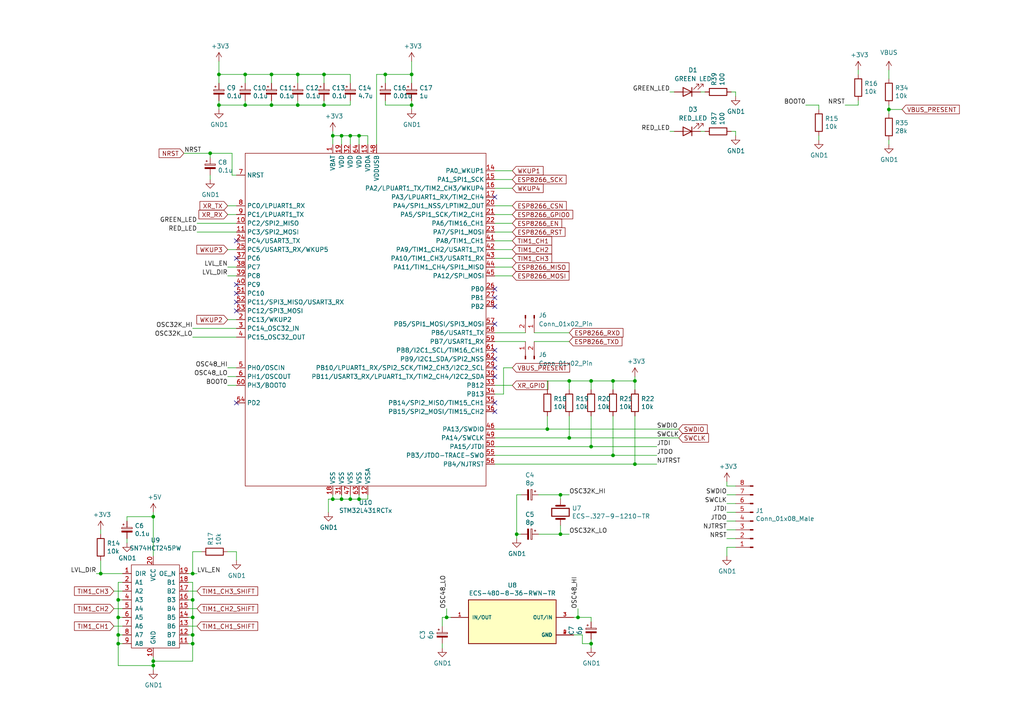
<source format=kicad_sch>
(kicad_sch (version 20230121) (generator eeschema)
  (paper "A4")
  (lib_symbols
    (symbol "Connector:Conn_01x02_Pin" (pin_names (offset 1.016) hide)
      (property "Reference" "J" (at 0 2.54 0))
      (property "Value" "Conn_01x02_Pin" (at 0 -5.08 0))
      (symbol "Conn_01x02_Pin_1_1"
        (polyline (pts (xy 1.27 -2.54) (xy 0.8636 -2.54)) (stroke (width 0.1524)))
        (polyline (pts (xy 1.27 0) (xy 0.8636 0)) (stroke (width 0.1524)))
        (rectangle (start 0.8636 -2.413) (end 0 -2.667) (stroke (width 0.1524)) (fill (type outline)))
        (rectangle (start 0.8636 0.127) (end 0 -0.127) (stroke (width 0.1524)) (fill (type outline)))
        (pin passive line (at 5.08 0 180) (length 3.81) (name "Pin_1") (number "1"))
        (pin passive line (at 5.08 -2.54 180) (length 3.81) (name "Pin_2") (number "2"))
      )
    )
    (symbol "Connector:Conn_01x08_Male" (pin_names (offset 1.016) hide)
      (property "Reference" "J" (at 0 10.16 0))
      (property "Value" "Conn_01x08_Male" (at 0 -12.7 0))
      (symbol "Conn_01x08_Male_1_1"
        (polyline (pts (xy 1.27 -10.16) (xy 0.8636 -10.16)) (stroke (width 0.1524)))
        (polyline (pts (xy 1.27 -7.62) (xy 0.8636 -7.62)) (stroke (width 0.1524)))
        (polyline (pts (xy 1.27 -5.08) (xy 0.8636 -5.08)) (stroke (width 0.1524)))
        (polyline (pts (xy 1.27 -2.54) (xy 0.8636 -2.54)) (stroke (width 0.1524)))
        (polyline (pts (xy 1.27 0) (xy 0.8636 0)) (stroke (width 0.1524)))
        (polyline (pts (xy 1.27 2.54) (xy 0.8636 2.54)) (stroke (width 0.1524)))
        (polyline (pts (xy 1.27 5.08) (xy 0.8636 5.08)) (stroke (width 0.1524)))
        (polyline (pts (xy 1.27 7.62) (xy 0.8636 7.62)) (stroke (width 0.1524)))
        (rectangle (start 0.8636 -10.033) (end 0 -10.287) (stroke (width 0.1524)) (fill (type outline)))
        (rectangle (start 0.8636 -7.493) (end 0 -7.747) (stroke (width 0.1524)) (fill (type outline)))
        (rectangle (start 0.8636 -4.953) (end 0 -5.207) (stroke (width 0.1524)) (fill (type outline)))
        (rectangle (start 0.8636 -2.413) (end 0 -2.667) (stroke (width 0.1524)) (fill (type outline)))
        (rectangle (start 0.8636 0.127) (end 0 -0.127) (stroke (width 0.1524)) (fill (type outline)))
        (rectangle (start 0.8636 2.667) (end 0 2.413) (stroke (width 0.1524)) (fill (type outline)))
        (rectangle (start 0.8636 5.207) (end 0 4.953) (stroke (width 0.1524)) (fill (type outline)))
        (rectangle (start 0.8636 7.747) (end 0 7.493) (stroke (width 0.1524)) (fill (type outline)))
        (pin passive line (at 5.08 7.62 180) (length 3.81) (name "Pin_1") (number "1"))
        (pin passive line (at 5.08 5.08 180) (length 3.81) (name "Pin_2") (number "2"))
        (pin passive line (at 5.08 2.54 180) (length 3.81) (name "Pin_3") (number "3"))
        (pin passive line (at 5.08 0 180) (length 3.81) (name "Pin_4") (number "4"))
        (pin passive line (at 5.08 -2.54 180) (length 3.81) (name "Pin_5") (number "5"))
        (pin passive line (at 5.08 -5.08 180) (length 3.81) (name "Pin_6") (number "6"))
        (pin passive line (at 5.08 -7.62 180) (length 3.81) (name "Pin_7") (number "7"))
        (pin passive line (at 5.08 -10.16 180) (length 3.81) (name "Pin_8") (number "8"))
      )
    )
    (symbol "Device:Crystal" (pin_numbers hide) (pin_names (offset 1.016) hide)
      (property "Reference" "Y" (at 0 3.81 0))
      (property "Value" "Crystal" (at 0 -3.81 0))
      (symbol "Crystal_0_1"
        (rectangle (start -1.143 2.54) (end 1.143 -2.54) (stroke (width 0.3048)))
        (polyline (pts (xy -2.54 0) (xy -1.905 0)))
        (polyline (pts (xy -1.905 -1.27) (xy -1.905 1.27)) (stroke (width 0.508)))
        (polyline (pts (xy 1.905 -1.27) (xy 1.905 1.27)) (stroke (width 0.508)))
        (polyline (pts (xy 2.54 0) (xy 1.905 0)))
      )
      (symbol "Crystal_1_1"
        (pin passive line (at -3.81 0 0) (length 1.27) (name "1") (number "1"))
        (pin passive line (at 3.81 0 180) (length 1.27) (name "2") (number "2"))
      )
    )
    (symbol "Device:LED" (pin_numbers hide) (pin_names (offset 1.016) hide)
      (property "Reference" "D" (at 0 2.54 0))
      (property "Value" "LED" (at 0 -2.54 0))
      (symbol "LED_0_1"
        (polyline (pts (xy -1.27 -1.27) (xy -1.27 1.27)) (stroke (width 0.254)))
        (polyline (pts (xy -1.27 0) (xy 1.27 0)))
        (polyline (pts (xy 1.27 -1.27) (xy 1.27 1.27) (xy -1.27 0) (xy 1.27 -1.27)) (stroke (width 0.254)))
        (polyline (pts (xy -3.048 -0.762) (xy -4.572 -2.286) (xy -3.81 -2.286) (xy -4.572 -2.286) (xy -4.572 -1.524)))
        (polyline (pts (xy -1.778 -0.762) (xy -3.302 -2.286) (xy -2.54 -2.286) (xy -3.302 -2.286) (xy -3.302 -1.524)))
      )
      (symbol "LED_1_1"
        (pin passive line (at -3.81 0 0) (length 2.54) (name "K") (number "1"))
        (pin passive line (at 3.81 0 180) (length 2.54) (name "A") (number "2"))
      )
    )
    (symbol "Device:R" (pin_numbers hide) (pin_names (offset 0))
      (property "Reference" "R" (at 2.032 0 90))
      (property "Value" "R" (at 0 0 90))
      (symbol "R_0_1"
        (rectangle (start -1.016 -2.54) (end 1.016 2.54) (stroke (width 0.254)))
      )
      (symbol "R_1_1"
        (pin passive line (at 0 3.81 270) (length 1.27) (name "~") (number "1"))
        (pin passive line (at 0 -3.81 90) (length 1.27) (name "~") (number "2"))
      )
    )
    (symbol "power:+5V" (power) (pin_names (offset 0))
      (property "Value" "+5V" (at 0 3.556 0))
      (symbol "+5V_0_1"
        (polyline (pts (xy -0.762 1.27) (xy 0 2.54)))
        (polyline (pts (xy 0 0) (xy 0 2.54)))
        (polyline (pts (xy 0 2.54) (xy 0.762 1.27)))
      )
      (symbol "+5V_1_1"
        (pin power_in line (at 0 0 90) (length 0) hide (name "+5V") (number "1"))
      )
    )
    (symbol "power:GND1" (power) (pin_names (offset 0))
      (property "Value" "GND1" (at 0 -3.81 0))
      (symbol "GND1_0_1"
        (polyline (pts (xy 0 0) (xy 0 -1.27) (xy 1.27 -1.27) (xy 0 -2.54) (xy -1.27 -1.27) (xy 0 -1.27)))
      )
      (symbol "GND1_1_1"
        (pin power_in line (at 0 0 270) (length 0) hide (name "GND1") (number "1"))
      )
    )
    (symbol "power:VBUS" (power) (pin_names (offset 0))
      (property "Value" "VBUS" (at 0 3.81 0))
      (symbol "VBUS_0_1"
        (polyline (pts (xy -0.762 1.27) (xy 0 2.54)))
        (polyline (pts (xy 0 0) (xy 0 2.54)))
        (polyline (pts (xy 0 2.54) (xy 0.762 1.27)))
      )
      (symbol "VBUS_1_1"
        (pin power_in line (at 0 0 90) (length 0) hide (name "VBUS") (number "1"))
      )
    )
    (symbol "spudglo_driver_v3p1-rescue:+3.3V-power" (power) (pin_names (offset 0))
      (property "Value" "+3.3V-power" (at 0 3.556 0))
      (symbol "+3.3V-power_0_1"
        (polyline (pts (xy -0.762 1.27) (xy 0 2.54)))
        (polyline (pts (xy 0 0) (xy 0 2.54)))
        (polyline (pts (xy 0 2.54) (xy 0.762 1.27)))
      )
      (symbol "+3.3V-power_1_1"
        (pin power_in line (at 0 0 90) (length 0) hide (name "+3V3") (number "1"))
      )
    )
    (symbol "spudglo_driver_v3p1-rescue:CP_Small-Device" (pin_numbers hide) (pin_names (offset 0.254) hide)
      (property "Reference" "C" (at 0.254 1.778 0))
      (property "Value" "CP_Small-Device" (at 0.254 -2.032 0))
      (symbol "CP_Small-Device_0_1"
        (rectangle (start -1.524 -0.3048) (end 1.524 -0.6858) (fill (type outline)))
        (rectangle (start -1.524 0.6858) (end 1.524 0.3048))
        (polyline (pts (xy -1.27 1.524) (xy -0.762 1.524)))
        (polyline (pts (xy -1.016 1.27) (xy -1.016 1.778)))
      )
      (symbol "CP_Small-Device_1_1"
        (pin passive line (at 0 2.54 270) (length 1.8542) (name "~") (number "1"))
        (pin passive line (at 0 -2.54 90) (length 1.8542) (name "~") (number "2"))
      )
    )
    (symbol "spudglo_driver_v3p1-rescue:ECS-480-8-36-RWN-TR-ECS-480-8-36-RWN-TR" (pin_names (offset 1.016))
      (property "Reference" "Y" (at -12.7254 7.6454 0))
      (property "Value" "ECS-480-8-36-RWN-TR-ECS-480-8-36-RWN-TR" (at -12.7 -7.62 0))
      (symbol "ECS-480-8-36-RWN-TR-ECS-480-8-36-RWN-TR_0_0"
        (rectangle (start -12.7 -5.08) (end 12.7 7.62) (stroke (width 0.254)) (fill (type background)))
        (pin bidirectional line (at -17.78 2.54 0) (length 5.08) (name "IN/OUT") (number "1"))
        (pin power_in line (at 17.78 -2.54 180) (length 5.08) (name "GND") (number "2"))
        (pin bidirectional line (at 17.78 2.54 180) (length 5.08) (name "OUT/IN") (number "3"))
        (pin power_in line (at 17.78 -2.54 180) (length 5.08) (name "GND") (number "4"))
      )
    )
    (symbol "spudglo_driver_v3p1-rescue:SN74HCT245PW-srw_custom" (pin_names (offset 1.016))
      (property "Reference" "U" (at -13.97 16.51 0))
      (property "Value" "SN74HCT245PW-srw_custom" (at 0 -34.29 0))
      (symbol "SN74HCT245PW-srw_custom_0_1"
        (rectangle (start 0 0) (end 13.97 -24.13))
      )
      (symbol "SN74HCT245PW-srw_custom_1_1"
        (pin input line (at -2.54 -2.54 0) (length 2.54) (name "DIR") (number "1"))
        (pin input line (at 6.35 -26.67 90) (length 2.54) (name "GND") (number "10"))
        (pin input line (at 16.51 -22.86 180) (length 2.54) (name "B8") (number "11"))
        (pin input line (at 16.51 -20.32 180) (length 2.54) (name "B7") (number "12"))
        (pin input line (at 16.51 -17.78 180) (length 2.54) (name "B6") (number "13"))
        (pin input line (at 16.51 -15.24 180) (length 2.54) (name "B5") (number "14"))
        (pin input line (at 16.51 -12.7 180) (length 2.54) (name "B4") (number "15"))
        (pin input line (at 16.51 -10.16 180) (length 2.54) (name "B3") (number "16"))
        (pin input line (at 16.51 -7.62 180) (length 2.54) (name "B2") (number "17"))
        (pin input line (at 16.51 -5.08 180) (length 2.54) (name "B1") (number "18"))
        (pin input line (at 16.51 -2.54 180) (length 2.54) (name "OE_N") (number "19"))
        (pin input line (at -2.54 -5.08 0) (length 2.54) (name "A1") (number "2"))
        (pin input line (at 6.35 2.54 270) (length 2.54) (name "VCC") (number "20"))
        (pin input line (at -2.54 -7.62 0) (length 2.54) (name "A2") (number "3"))
        (pin input line (at -2.54 -10.16 0) (length 2.54) (name "A3") (number "4"))
        (pin input line (at -2.54 -12.7 0) (length 2.54) (name "A4") (number "5"))
        (pin input line (at -2.54 -15.24 0) (length 2.54) (name "A5") (number "6"))
        (pin input line (at -2.54 -17.78 0) (length 2.54) (name "A6") (number "7"))
        (pin input line (at -2.54 -20.32 0) (length 2.54) (name "A7") (number "8"))
        (pin input line (at -2.54 -22.86 0) (length 2.54) (name "A8") (number "9"))
      )
    )
    (symbol "spudglo_driver_v3p1-rescue:STM32L431RCTx-MCU_ST_STM32L4"
      (property "Reference" "U" (at -6.35 29.21 0))
      (property "Value" "STM32L431RCTx-MCU_ST_STM32L4" (at -8.89 -72.39 0))
      (symbol "STM32L431RCTx-MCU_ST_STM32L4_0_1"
        (rectangle (start -8.89 26.67) (end 60.96 -69.85))
      )
      (symbol "STM32L431RCTx-MCU_ST_STM32L4_1_1"
        (pin power_in line (at 16.51 29.21 270) (length 2.54) (name "VBAT") (number "1"))
        (pin bidirectional line (at -11.43 6.35 0) (length 2.54) (name "PC2/SPI2_MISO") (number "10"))
        (pin bidirectional line (at -11.43 3.81 0) (length 2.54) (name "PC3/SPI2_MOSI") (number "11"))
        (pin power_in line (at 26.67 -72.39 90) (length 2.54) (name "VSSA") (number "12"))
        (pin power_in line (at 26.67 29.21 270) (length 2.54) (name "VDDA") (number "13"))
        (pin bidirectional line (at 63.5 21.59 180) (length 2.54) (name "PA0_WKUP1") (number "14"))
        (pin bidirectional line (at 63.5 19.05 180) (length 2.54) (name "PA1_SPI1_SCK") (number "15"))
        (pin bidirectional line (at 63.5 16.51 180) (length 2.54) (name "PA2/LPUART1_TX/TIM2_CH3/WKUP4") (number "16"))
        (pin bidirectional line (at 63.5 13.97 180) (length 2.54) (name "PA3/LPUART1_RX/TIM2_CH4") (number "17"))
        (pin power_in line (at 16.51 -72.39 90) (length 2.54) (name "VSS") (number "18"))
        (pin power_in line (at 19.05 29.21 270) (length 2.54) (name "VDD") (number "19"))
        (pin bidirectional line (at -11.43 -21.59 0) (length 2.54) (name "PC13/WKUP2") (number "2"))
        (pin bidirectional line (at 63.5 11.43 180) (length 2.54) (name "PA4/SPI1_NSS/LPTIM2_OUT") (number "20"))
        (pin bidirectional line (at 63.5 8.89 180) (length 2.54) (name "PA5/SPI1_SCK/TIM2_CH1") (number "21"))
        (pin bidirectional line (at 63.5 6.35 180) (length 2.54) (name "PA6/TIM16_CH1") (number "22"))
        (pin bidirectional line (at 63.5 3.81 180) (length 2.54) (name "PA7/SPI1_MOSI") (number "23"))
        (pin bidirectional line (at -11.43 1.27 0) (length 2.54) (name "PC4/USART3_TX") (number "24"))
        (pin bidirectional line (at -11.43 -1.27 0) (length 2.54) (name "PC5/USART3_RX/WKUP5") (number "25"))
        (pin bidirectional line (at 63.5 -12.7 180) (length 2.54) (name "PB0") (number "26"))
        (pin bidirectional line (at 63.5 -15.24 180) (length 2.54) (name "PB1") (number "27"))
        (pin bidirectional line (at 63.5 -17.78 180) (length 2.54) (name "PB2") (number "28"))
        (pin bidirectional line (at 63.5 -35.56 180) (length 2.54) (name "PB10/LPUART1_RX/SPI2_SCK/TIM2_CH3/I2C2_SCL") (number "29"))
        (pin bidirectional line (at -11.43 -24.13 0) (length 2.54) (name "PC14_OSC32_IN") (number "3"))
        (pin bidirectional line (at 63.5 -38.1 180) (length 2.54) (name "PB11/USART3_RX/LPUART1_TX/TIM2_CH4/I2C2_SDA") (number "30"))
        (pin power_in line (at 19.05 -72.39 90) (length 2.54) (name "VSS") (number "31"))
        (pin power_in line (at 21.59 29.21 270) (length 2.54) (name "VDD") (number "32"))
        (pin bidirectional line (at 63.5 -40.64 180) (length 2.54) (name "PB12") (number "33"))
        (pin bidirectional line (at 63.5 -43.18 180) (length 2.54) (name "PB13") (number "34"))
        (pin bidirectional line (at 63.5 -45.72 180) (length 2.54) (name "PB14/SPI2_MISO/TIM15_CH1") (number "35"))
        (pin bidirectional line (at 63.5 -48.26 180) (length 2.54) (name "PB15/SPI2_MOSI/TIM15_CH2") (number "36"))
        (pin bidirectional line (at -11.43 -3.81 0) (length 2.54) (name "PC6") (number "37"))
        (pin bidirectional line (at -11.43 -6.35 0) (length 2.54) (name "PC7") (number "38"))
        (pin bidirectional line (at -11.43 -8.89 0) (length 2.54) (name "PC8") (number "39"))
        (pin bidirectional line (at -11.43 -26.67 0) (length 2.54) (name "PC15_OSC32_OUT") (number "4"))
        (pin bidirectional line (at -11.43 -11.43 0) (length 2.54) (name "PC9") (number "40"))
        (pin bidirectional line (at 63.5 1.27 180) (length 2.54) (name "PA8/TIM1_CH1") (number "41"))
        (pin bidirectional line (at 63.5 -1.27 180) (length 2.54) (name "PA9/TIM1_CH2/USART1_TX") (number "42"))
        (pin bidirectional line (at 63.5 -3.81 180) (length 2.54) (name "PA10/TIM1_CH3/USART1_RX") (number "43"))
        (pin bidirectional line (at 63.5 -6.35 180) (length 2.54) (name "PA11/TIM1_CH4/SPI1_MISO") (number "44"))
        (pin bidirectional line (at 63.5 -8.89 180) (length 2.54) (name "PA12/SPI_MOSI") (number "45"))
        (pin bidirectional line (at 63.5 -53.34 180) (length 2.54) (name "PA13/SWDIO") (number "46"))
        (pin power_in line (at 21.59 -72.39 90) (length 2.54) (name "VSS") (number "47"))
        (pin power_in line (at 29.21 29.21 270) (length 2.54) (name "VDDUSB") (number "48"))
        (pin bidirectional line (at 63.5 -55.88 180) (length 2.54) (name "PA14/SWCLK") (number "49"))
        (pin input line (at -11.43 -35.56 0) (length 2.54) (name "PH0/OSCIN") (number "5"))
        (pin bidirectional line (at 63.5 -58.42 180) (length 2.54) (name "PA15/JTDI") (number "50"))
        (pin bidirectional line (at -11.43 -13.97 0) (length 2.54) (name "PC10") (number "51"))
        (pin bidirectional line (at -11.43 -16.51 0) (length 2.54) (name "PC11/SPI3_MISO/USART3_RX") (number "52"))
        (pin bidirectional line (at -11.43 -19.05 0) (length 2.54) (name "PC12/SPI3_MOSI") (number "53"))
        (pin bidirectional line (at -11.43 -45.72 0) (length 2.54) (name "PD2") (number "54"))
        (pin bidirectional line (at 63.5 -60.96 180) (length 2.54) (name "PB3/JTDO-TRACE-SWO") (number "55"))
        (pin bidirectional line (at 63.5 -63.5 180) (length 2.54) (name "PB4/NJTRST") (number "56"))
        (pin bidirectional line (at 63.5 -22.86 180) (length 2.54) (name "PB5/SPI1_MOSI/SPI3_MOSI") (number "57"))
        (pin bidirectional line (at 63.5 -25.4 180) (length 2.54) (name "PB6/USART1_TX") (number "58"))
        (pin bidirectional line (at 63.5 -27.94 180) (length 2.54) (name "PB7/USART1_RX") (number "59"))
        (pin input line (at -11.43 -38.1 0) (length 2.54) (name "PH1/OSCOUT") (number "6"))
        (pin bidirectional line (at -11.43 -40.64 0) (length 2.54) (name "PH3/BOOT0") (number "60"))
        (pin bidirectional line (at 63.5 -30.48 180) (length 2.54) (name "PB8/I2C1_SCL/TIM16_CH1") (number "61"))
        (pin bidirectional line (at 63.5 -33.02 180) (length 2.54) (name "PB9/I2C1_SDA/SPI2_NSS") (number "62"))
        (pin power_in line (at 24.13 -72.39 90) (length 2.54) (name "VSS") (number "63"))
        (pin power_in line (at 24.13 29.21 270) (length 2.54) (name "VDD") (number "64"))
        (pin input line (at -11.43 20.32 0) (length 2.54) (name "NRST") (number "7"))
        (pin bidirectional line (at -11.43 11.43 0) (length 2.54) (name "PC0/LPUART1_RX") (number "8"))
        (pin bidirectional line (at -11.43 8.89 0) (length 2.54) (name "PC1/LPUART1_TX") (number "9"))
      )
    )
  )
  (junction (at 99.06 144.78))
  (junction (at 44.45 193.04))
  (junction (at 104.14 144.78))
  (junction (at 44.45 191.77))
  (junction (at 171.45 186.69))
  (junction (at 93.98 30.48))
  (junction (at 184.15 110.49))
  (junction (at 111.76 21.59))
  (junction (at 162.56 154.94))
  (junction (at 86.36 30.48))
  (junction (at 34.29 179.07))
  (junction (at 165.1 110.49))
  (junction (at 171.45 110.49))
  (junction (at 129.54 179.07))
  (junction (at 96.52 39.37))
  (junction (at 184.15 134.62))
  (junction (at 34.29 173.99))
  (junction (at 71.12 30.48))
  (junction (at 101.6 39.37))
  (junction (at 55.88 184.15))
  (junction (at 34.29 186.69))
  (junction (at 158.75 124.46))
  (junction (at 96.52 144.78))
  (junction (at 60.96 44.45))
  (junction (at 171.45 129.54))
  (junction (at 119.38 30.48))
  (junction (at 63.5 30.48))
  (junction (at 55.88 179.07))
  (junction (at 55.88 173.99))
  (junction (at 177.8 110.49))
  (junction (at 104.14 39.37))
  (junction (at 119.38 21.59))
  (junction (at 167.64 179.07))
  (junction (at 78.74 21.59))
  (junction (at 55.88 186.69))
  (junction (at 78.74 30.48))
  (junction (at 86.36 21.59))
  (junction (at 177.8 132.08))
  (junction (at 93.98 21.59))
  (junction (at 29.21 166.37))
  (junction (at 63.5 21.59))
  (junction (at 162.56 143.51))
  (junction (at 71.12 21.59))
  (junction (at 257.81 31.75))
  (junction (at 149.86 154.94))
  (junction (at 165.1 127))
  (junction (at 101.6 144.78))
  (junction (at 34.29 184.15))
  (junction (at 55.88 166.37))
  (junction (at 44.45 149.86))
  (junction (at 99.06 39.37))
  (no_connect (at 143.51 88.9))
  (no_connect (at 68.58 69.85))
  (no_connect (at 68.58 116.84))
  (no_connect (at 68.58 87.63))
  (no_connect (at 143.51 106.68))
  (no_connect (at 68.58 74.93))
  (no_connect (at 143.51 86.36))
  (no_connect (at 143.51 119.38))
  (no_connect (at 143.51 57.15))
  (no_connect (at 143.51 104.14))
  (no_connect (at 143.51 109.22))
  (no_connect (at 143.51 83.82))
  (no_connect (at 143.51 101.6))
  (no_connect (at 68.58 82.55))
  (no_connect (at 143.51 116.84))
  (no_connect (at 68.58 85.09))
  (no_connect (at 68.58 90.17))
  (no_connect (at 143.51 93.98))
  (wire (pts (xy 158.75 110.49) (xy 165.1 110.49)))
  (wire (pts (xy 55.88 184.15) (xy 55.88 186.69)))
  (wire (pts (xy 86.36 30.48) (xy 86.36 29.21)))
  (wire (pts (xy 165.1 120.65) (xy 165.1 127)))
  (wire (pts (xy 203.2 38.1) (xy 204.47 38.1)))
  (wire (pts (xy 128.27 187.96) (xy 128.27 186.69)))
  (wire (pts (xy 54.61 179.07) (xy 55.88 179.07)))
  (wire (pts (xy 177.8 132.08) (xy 190.5 132.08)))
  (wire (pts (xy 143.51 114.3) (xy 146.05 114.3)))
  (wire (pts (xy 54.61 166.37) (xy 55.88 166.37)))
  (wire (pts (xy 55.88 166.37) (xy 57.15 166.37)))
  (wire (pts (xy 104.14 144.78) (xy 106.68 144.78)))
  (wire (pts (xy 143.51 96.52) (xy 152.4 96.52)))
  (wire (pts (xy 68.58 50.8) (xy 67.31 50.8)))
  (wire (pts (xy 66.04 160.02) (xy 68.58 160.02)))
  (wire (pts (xy 143.51 62.23) (xy 148.59 62.23)))
  (wire (pts (xy 34.29 179.07) (xy 34.29 173.99)))
  (wire (pts (xy 78.74 30.48) (xy 78.74 29.21)))
  (wire (pts (xy 143.51 80.01) (xy 148.59 80.01)))
  (wire (pts (xy 63.5 30.48) (xy 71.12 30.48)))
  (wire (pts (xy 257.81 31.75) (xy 257.81 33.02)))
  (wire (pts (xy 34.29 186.69) (xy 34.29 184.15)))
  (wire (pts (xy 210.82 146.05) (xy 213.36 146.05)))
  (wire (pts (xy 106.68 144.78) (xy 106.68 143.51)))
  (wire (pts (xy 101.6 144.78) (xy 101.6 143.51)))
  (wire (pts (xy 119.38 24.13) (xy 119.38 21.59)))
  (wire (pts (xy 212.09 26.67) (xy 213.36 26.67)))
  (wire (pts (xy 128.27 179.07) (xy 128.27 181.61)))
  (wire (pts (xy 148.59 54.61) (xy 143.51 54.61)))
  (wire (pts (xy 213.36 26.67) (xy 213.36 27.94)))
  (wire (pts (xy 33.02 176.53) (xy 35.56 176.53)))
  (wire (pts (xy 93.98 30.48) (xy 101.6 30.48)))
  (wire (pts (xy 86.36 21.59) (xy 93.98 21.59)))
  (wire (pts (xy 78.74 24.13) (xy 78.74 21.59)))
  (wire (pts (xy 101.6 39.37) (xy 99.06 39.37)))
  (wire (pts (xy 55.88 173.99) (xy 55.88 168.91)))
  (wire (pts (xy 96.52 39.37) (xy 96.52 38.1)))
  (wire (pts (xy 203.2 26.67) (xy 204.47 26.67)))
  (wire (pts (xy 167.64 176.53) (xy 167.64 179.07)))
  (wire (pts (xy 34.29 173.99) (xy 35.56 173.99)))
  (wire (pts (xy 67.31 44.45) (xy 60.96 44.45)))
  (wire (pts (xy 148.59 111.76) (xy 143.51 111.76)))
  (wire (pts (xy 44.45 191.77) (xy 55.88 191.77)))
  (wire (pts (xy 44.45 191.77) (xy 44.45 190.5)))
  (wire (pts (xy 55.88 95.25) (xy 68.58 95.25)))
  (wire (pts (xy 213.36 38.1) (xy 213.36 39.37)))
  (wire (pts (xy 55.88 168.91) (xy 54.61 168.91)))
  (wire (pts (xy 130.81 179.07) (xy 129.54 179.07)))
  (wire (pts (xy 34.29 173.99) (xy 34.29 168.91)))
  (wire (pts (xy 111.76 21.59) (xy 111.76 24.13)))
  (wire (pts (xy 165.1 110.49) (xy 171.45 110.49)))
  (wire (pts (xy 44.45 193.04) (xy 34.29 193.04)))
  (wire (pts (xy 63.5 30.48) (xy 63.5 31.75)))
  (wire (pts (xy 119.38 29.21) (xy 119.38 30.48)))
  (wire (pts (xy 29.21 154.94) (xy 29.21 153.67)))
  (wire (pts (xy 101.6 41.91) (xy 101.6 39.37)))
  (wire (pts (xy 66.04 109.22) (xy 68.58 109.22)))
  (wire (pts (xy 104.14 41.91) (xy 104.14 39.37)))
  (wire (pts (xy 143.51 72.39) (xy 148.59 72.39)))
  (wire (pts (xy 71.12 30.48) (xy 71.12 29.21)))
  (wire (pts (xy 55.88 191.77) (xy 55.88 186.69)))
  (wire (pts (xy 101.6 21.59) (xy 93.98 21.59)))
  (wire (pts (xy 129.54 176.53) (xy 129.54 179.07)))
  (wire (pts (xy 154.94 96.52) (xy 165.1 96.52)))
  (wire (pts (xy 96.52 144.78) (xy 99.06 144.78)))
  (wire (pts (xy 27.94 166.37) (xy 29.21 166.37)))
  (wire (pts (xy 55.88 184.15) (xy 55.88 179.07)))
  (wire (pts (xy 212.09 38.1) (xy 213.36 38.1)))
  (wire (pts (xy 194.31 26.67) (xy 195.58 26.67)))
  (wire (pts (xy 143.51 124.46) (xy 158.75 124.46)))
  (wire (pts (xy 143.51 77.47) (xy 148.59 77.47)))
  (wire (pts (xy 66.04 106.68) (xy 68.58 106.68)))
  (wire (pts (xy 233.68 30.48) (xy 237.49 30.48)))
  (wire (pts (xy 54.61 184.15) (xy 55.88 184.15)))
  (wire (pts (xy 93.98 29.21) (xy 93.98 30.48)))
  (wire (pts (xy 111.76 21.59) (xy 119.38 21.59)))
  (wire (pts (xy 57.15 67.31) (xy 68.58 67.31)))
  (wire (pts (xy 96.52 144.78) (xy 96.52 143.51)))
  (wire (pts (xy 119.38 31.75) (xy 119.38 30.48)))
  (wire (pts (xy 194.31 38.1) (xy 195.58 38.1)))
  (wire (pts (xy 143.51 52.07) (xy 148.59 52.07)))
  (wire (pts (xy 57.15 64.77) (xy 68.58 64.77)))
  (wire (pts (xy 63.5 21.59) (xy 63.5 17.78)))
  (wire (pts (xy 63.5 24.13) (xy 63.5 21.59)))
  (wire (pts (xy 63.5 29.21) (xy 63.5 30.48)))
  (wire (pts (xy 101.6 144.78) (xy 104.14 144.78)))
  (wire (pts (xy 99.06 144.78) (xy 101.6 144.78)))
  (wire (pts (xy 171.45 110.49) (xy 171.45 113.03)))
  (wire (pts (xy 210.82 158.75) (xy 210.82 161.29)))
  (wire (pts (xy 44.45 194.31) (xy 44.45 193.04)))
  (wire (pts (xy 71.12 30.48) (xy 78.74 30.48)))
  (wire (pts (xy 210.82 153.67) (xy 213.36 153.67)))
  (wire (pts (xy 34.29 168.91) (xy 35.56 168.91)))
  (wire (pts (xy 33.02 181.61) (xy 35.56 181.61)))
  (wire (pts (xy 66.04 59.69) (xy 68.58 59.69)))
  (wire (pts (xy 71.12 21.59) (xy 78.74 21.59)))
  (wire (pts (xy 44.45 149.86) (xy 44.45 161.29)))
  (wire (pts (xy 166.37 184.15) (xy 168.91 184.15)))
  (wire (pts (xy 177.8 110.49) (xy 171.45 110.49)))
  (wire (pts (xy 171.45 179.07) (xy 167.64 179.07)))
  (wire (pts (xy 29.21 162.56) (xy 29.21 166.37)))
  (wire (pts (xy 34.29 193.04) (xy 34.29 186.69)))
  (wire (pts (xy 257.81 31.75) (xy 261.62 31.75)))
  (wire (pts (xy 149.86 154.94) (xy 151.13 154.94)))
  (wire (pts (xy 213.36 140.97) (xy 210.82 140.97)))
  (wire (pts (xy 143.51 134.62) (xy 184.15 134.62)))
  (wire (pts (xy 257.81 40.64) (xy 257.81 41.91)))
  (wire (pts (xy 66.04 111.76) (xy 68.58 111.76)))
  (wire (pts (xy 55.88 179.07) (xy 55.88 173.99)))
  (wire (pts (xy 171.45 180.34) (xy 171.45 179.07)))
  (wire (pts (xy 63.5 21.59) (xy 71.12 21.59)))
  (wire (pts (xy 55.88 160.02) (xy 58.42 160.02)))
  (wire (pts (xy 210.82 151.13) (xy 213.36 151.13)))
  (wire (pts (xy 177.8 113.03) (xy 177.8 110.49)))
  (wire (pts (xy 162.56 143.51) (xy 165.1 143.51)))
  (wire (pts (xy 119.38 21.59) (xy 119.38 17.78)))
  (wire (pts (xy 101.6 29.21) (xy 101.6 30.48)))
  (wire (pts (xy 53.34 44.45) (xy 60.96 44.45)))
  (wire (pts (xy 171.45 129.54) (xy 171.45 120.65)))
  (wire (pts (xy 111.76 29.21) (xy 111.76 30.48)))
  (wire (pts (xy 78.74 21.59) (xy 86.36 21.59)))
  (wire (pts (xy 210.82 148.59) (xy 213.36 148.59)))
  (wire (pts (xy 44.45 193.04) (xy 44.45 191.77)))
  (wire (pts (xy 210.82 143.51) (xy 213.36 143.51)))
  (wire (pts (xy 36.83 156.21) (xy 36.83 157.48)))
  (wire (pts (xy 146.05 114.3) (xy 146.05 106.68)))
  (wire (pts (xy 184.15 113.03) (xy 184.15 110.49)))
  (wire (pts (xy 248.92 21.59) (xy 248.92 20.32)))
  (wire (pts (xy 248.92 30.48) (xy 248.92 29.21)))
  (wire (pts (xy 168.91 186.69) (xy 171.45 186.69)))
  (wire (pts (xy 184.15 134.62) (xy 184.15 120.65)))
  (wire (pts (xy 143.51 59.69) (xy 148.59 59.69)))
  (wire (pts (xy 143.51 74.93) (xy 148.59 74.93)))
  (wire (pts (xy 109.22 21.59) (xy 111.76 21.59)))
  (wire (pts (xy 237.49 31.75) (xy 237.49 30.48)))
  (wire (pts (xy 177.8 110.49) (xy 184.15 110.49)))
  (wire (pts (xy 177.8 132.08) (xy 143.51 132.08)))
  (wire (pts (xy 171.45 186.69) (xy 171.45 185.42)))
  (wire (pts (xy 149.86 154.94) (xy 149.86 143.51)))
  (wire (pts (xy 213.36 158.75) (xy 210.82 158.75)))
  (wire (pts (xy 143.51 129.54) (xy 171.45 129.54)))
  (wire (pts (xy 54.61 173.99) (xy 55.88 173.99)))
  (wire (pts (xy 95.25 148.59) (xy 95.25 144.78)))
  (wire (pts (xy 104.14 39.37) (xy 101.6 39.37)))
  (wire (pts (xy 167.64 179.07) (xy 166.37 179.07)))
  (wire (pts (xy 106.68 41.91) (xy 106.68 39.37)))
  (wire (pts (xy 36.83 151.13) (xy 36.83 149.86)))
  (wire (pts (xy 34.29 179.07) (xy 35.56 179.07)))
  (wire (pts (xy 99.06 39.37) (xy 96.52 39.37)))
  (wire (pts (xy 96.52 41.91) (xy 96.52 39.37)))
  (wire (pts (xy 60.96 45.72) (xy 60.96 44.45)))
  (wire (pts (xy 158.75 124.46) (xy 196.85 124.46)))
  (wire (pts (xy 237.49 40.64) (xy 237.49 39.37)))
  (wire (pts (xy 101.6 24.13) (xy 101.6 21.59)))
  (wire (pts (xy 109.22 21.59) (xy 109.22 41.91)))
  (wire (pts (xy 54.61 176.53) (xy 57.15 176.53)))
  (wire (pts (xy 119.38 30.48) (xy 111.76 30.48)))
  (wire (pts (xy 162.56 144.78) (xy 162.56 143.51)))
  (wire (pts (xy 165.1 127) (xy 143.51 127)))
  (wire (pts (xy 143.51 99.06) (xy 152.4 99.06)))
  (wire (pts (xy 93.98 21.59) (xy 93.98 24.13)))
  (wire (pts (xy 257.81 20.32) (xy 257.81 22.86)))
  (wire (pts (xy 143.51 64.77) (xy 148.59 64.77)))
  (wire (pts (xy 66.04 92.71) (xy 68.58 92.71)))
  (wire (pts (xy 104.14 143.51) (xy 104.14 144.78)))
  (wire (pts (xy 143.51 49.53) (xy 148.59 49.53)))
  (wire (pts (xy 99.06 143.51) (xy 99.06 144.78)))
  (wire (pts (xy 156.21 143.51) (xy 162.56 143.51)))
  (wire (pts (xy 184.15 134.62) (xy 190.5 134.62)))
  (wire (pts (xy 86.36 24.13) (xy 86.36 21.59)))
  (wire (pts (xy 184.15 110.49) (xy 184.15 109.22)))
  (wire (pts (xy 154.94 99.06) (xy 165.1 99.06)))
  (wire (pts (xy 149.86 143.51) (xy 151.13 143.51)))
  (wire (pts (xy 55.88 186.69) (xy 54.61 186.69)))
  (wire (pts (xy 99.06 41.91) (xy 99.06 39.37)))
  (wire (pts (xy 68.58 160.02) (xy 68.58 162.56)))
  (wire (pts (xy 149.86 156.21) (xy 149.86 154.94)))
  (wire (pts (xy 162.56 152.4) (xy 162.56 154.94)))
  (wire (pts (xy 245.11 30.48) (xy 248.92 30.48)))
  (wire (pts (xy 66.04 62.23) (xy 68.58 62.23)))
  (wire (pts (xy 95.25 144.78) (xy 96.52 144.78)))
  (wire (pts (xy 55.88 97.79) (xy 68.58 97.79)))
  (wire (pts (xy 34.29 184.15) (xy 35.56 184.15)))
  (wire (pts (xy 66.04 80.01) (xy 68.58 80.01)))
  (wire (pts (xy 78.74 30.48) (xy 86.36 30.48)))
  (wire (pts (xy 162.56 154.94) (xy 165.1 154.94)))
  (wire (pts (xy 143.51 69.85) (xy 148.59 69.85)))
  (wire (pts (xy 158.75 124.46) (xy 158.75 120.65)))
  (wire (pts (xy 44.45 148.59) (xy 44.45 149.86)))
  (wire (pts (xy 129.54 179.07) (xy 128.27 179.07)))
  (wire (pts (xy 143.51 67.31) (xy 148.59 67.31)))
  (wire (pts (xy 93.98 30.48) (xy 86.36 30.48)))
  (wire (pts (xy 177.8 132.08) (xy 177.8 120.65)))
  (wire (pts (xy 67.31 50.8) (xy 67.31 44.45)))
  (wire (pts (xy 35.56 166.37) (xy 29.21 166.37)))
  (wire (pts (xy 60.96 52.07) (xy 60.96 50.8)))
  (wire (pts (xy 158.75 113.03) (xy 158.75 110.49)))
  (wire (pts (xy 33.02 171.45) (xy 35.56 171.45)))
  (wire (pts (xy 36.83 149.86) (xy 44.45 149.86)))
  (wire (pts (xy 106.68 39.37) (xy 104.14 39.37)))
  (wire (pts (xy 66.04 77.47) (xy 68.58 77.47)))
  (wire (pts (xy 66.04 72.39) (xy 68.58 72.39)))
  (wire (pts (xy 54.61 181.61) (xy 57.15 181.61)))
  (wire (pts (xy 165.1 127) (xy 196.85 127)))
  (wire (pts (xy 55.88 166.37) (xy 55.88 160.02)))
  (wire (pts (xy 146.05 106.68) (xy 148.59 106.68)))
  (wire (pts (xy 34.29 186.69) (xy 35.56 186.69)))
  (wire (pts (xy 210.82 156.21) (xy 213.36 156.21)))
  (wire (pts (xy 54.61 171.45) (xy 57.15 171.45)))
  (wire (pts (xy 257.81 30.48) (xy 257.81 31.75)))
  (wire (pts (xy 171.45 187.96) (xy 171.45 186.69)))
  (wire (pts (xy 71.12 24.13) (xy 71.12 21.59)))
  (wire (pts (xy 34.29 184.15) (xy 34.29 179.07)))
  (wire (pts (xy 156.21 154.94) (xy 162.56 154.94)))
  (wire (pts (xy 210.82 140.97) (xy 210.82 139.7)))
  (wire (pts (xy 168.91 184.15) (xy 168.91 186.69)))
  (wire (pts (xy 165.1 113.03) (xy 165.1 110.49)))
  (wire (pts (xy 171.45 129.54) (xy 190.5 129.54)))
  (label "NRST" (at 245.11 30.48 180))
  (label "OSC32K_HI" (at 165.1 143.51 0))
  (label "LVL_EN" (at 57.15 166.37 0))
  (label "SWCLK" (at 210.82 146.05 180))
  (label "OSC32K_HI" (at 55.88 95.25 180))
  (label "SWDIO" (at 210.82 143.51 180))
  (label "NJTRST" (at 210.82 153.67 180))
  (label "NRST" (at 210.82 156.21 180))
  (label "JTDO" (at 210.82 151.13 180))
  (label "RED_LED" (at 57.15 67.31 180))
  (label "NJTRST" (at 190.5 134.62 0))
  (label "GREEN_LED" (at 57.15 64.77 180))
  (label "OSC48_HI" (at 66.04 106.68 180))
  (label "JTDI" (at 210.82 148.59 180))
  (label "GREEN_LED" (at 194.31 26.67 180))
  (label "JTDO" (at 190.5 132.08 0))
  (label "BOOT0" (at 66.04 111.76 180))
  (label "SWCLK" (at 190.5 127 0))
  (label "BOOT0" (at 233.68 30.48 180))
  (label "OSC32K_LO" (at 165.1 154.94 0))
  (label "JTDI" (at 190.5 129.54 0))
  (label "RED_LED" (at 194.31 38.1 180))
  (label "LVL_EN" (at 66.04 77.47 180))
  (label "LVL_DIR" (at 27.94 166.37 180))
  (label "OSC48_LO" (at 129.54 176.53 90))
  (label "OSC48_LO" (at 66.04 109.22 180))
  (label "OSC48_HI" (at 167.64 176.53 90))
  (label "SWDIO" (at 190.5 124.46 0))
  (label "NRST" (at 58.42 44.45 180))
  (label "LVL_DIR" (at 66.04 80.01 180))
  (label "OSC32K_LO" (at 55.88 97.79 180))
  (global_label "ESP8266_EN" (shape input) (at 148.59 64.77 0) (property "Intersheetrefs" "${INTERSHEET_REFS}" (effects hide)))
  (global_label "ESP8266_RST" (shape input) (at 148.59 67.31 0) (property "Intersheetrefs" "${INTERSHEET_REFS}" (effects hide)))
  (global_label "SWCLK" (shape input) (at 196.85 127 0) (property "Intersheetrefs" "${INTERSHEET_REFS}" (effects hide)))
  (global_label "SWDIO" (shape input) (at 196.85 124.46 0) (property "Intersheetrefs" "${INTERSHEET_REFS}" (effects hide)))
  (global_label "XR_RX" (shape input) (at 66.04 62.23 180) (property "Intersheetrefs" "${INTERSHEET_REFS}" (effects hide)))
  (global_label "TIM1_CH2" (shape input) (at 33.02 176.53 180) (property "Intersheetrefs" "${INTERSHEET_REFS}" (effects hide)))
  (global_label "WKUP1" (shape input) (at 148.59 49.53 0) (property "Intersheetrefs" "${INTERSHEET_REFS}" (effects hide)))
  (global_label "ESP8266_CSN" (shape input) (at 148.59 59.69 0) (property "Intersheetrefs" "${INTERSHEET_REFS}" (effects hide)))
  (global_label "XR_GPIO" (shape input) (at 148.59 111.76 0) (property "Intersheetrefs" "${INTERSHEET_REFS}" (effects hide)))
  (global_label "ESP8266_GPIO0" (shape input) (at 148.59 62.23 0) (property "Intersheetrefs" "${INTERSHEET_REFS}" (effects hide)))
  (global_label "VBUS_PRESENT" (shape input) (at 261.62 31.75 0) (property "Intersheetrefs" "${INTERSHEET_REFS}" (effects hide)))
  (global_label "ESP8266_TXD" (shape input) (at 165.1 99.06 0) (property "Intersheetrefs" "${INTERSHEET_REFS}" (effects hide)))
  (global_label "ESP8266_MOSI" (shape input) (at 148.59 80.01 0) (property "Intersheetrefs" "${INTERSHEET_REFS}" (effects hide)))
  (global_label "TIM1_CH1_SHIFT" (shape input) (at 57.15 181.61 0) (property "Intersheetrefs" "${INTERSHEET_REFS}" (effects hide)))
  (global_label "NRST" (shape input) (at 53.34 44.45 180) (property "Intersheetrefs" "${INTERSHEET_REFS}" (effects hide)))
  (global_label "TIM1_CH3" (shape input) (at 33.02 171.45 180) (property "Intersheetrefs" "${INTERSHEET_REFS}" (effects hide)))
  (global_label "WKUP3" (shape input) (at 66.04 72.39 180) (property "Intersheetrefs" "${INTERSHEET_REFS}" (effects hide)))
  (global_label "ESP8266_MISO" (shape input) (at 148.59 77.47 0) (property "Intersheetrefs" "${INTERSHEET_REFS}" (effects hide)))
  (global_label "ESP8266_RXD" (shape input) (at 165.1 96.52 0) (property "Intersheetrefs" "${INTERSHEET_REFS}" (effects hide)))
  (global_label "TIM1_CH3" (shape input) (at 148.59 74.93 0) (property "Intersheetrefs" "${INTERSHEET_REFS}" (effects hide)))
  (global_label "TIM1_CH1" (shape input) (at 33.02 181.61 180) (property "Intersheetrefs" "${INTERSHEET_REFS}" (effects hide)))
  (global_label "TIM1_CH2_SHIFT" (shape input) (at 57.15 176.53 0) (property "Intersheetrefs" "${INTERSHEET_REFS}" (effects hide)))
  (global_label "TIM1_CH2" (shape input) (at 148.59 72.39 0) (property "Intersheetrefs" "${INTERSHEET_REFS}" (effects hide)))
  (global_label "ESP8266_SCK" (shape input) (at 148.59 52.07 0) (property "Intersheetrefs" "${INTERSHEET_REFS}" (effects hide)))
  (global_label "WKUP4" (shape input) (at 148.59 54.61 0) (property "Intersheetrefs" "${INTERSHEET_REFS}" (effects hide)))
  (global_label "TIM1_CH3_SHIFT" (shape input) (at 57.15 171.45 0) (property "Intersheetrefs" "${INTERSHEET_REFS}" (effects hide)))
  (global_label "WKUP2" (shape input) (at 66.04 92.71 180) (property "Intersheetrefs" "${INTERSHEET_REFS}" (effects hide)))
  (global_label "VBUS_PRESENT" (shape input) (at 148.59 106.68 0) (property "Intersheetrefs" "${INTERSHEET_REFS}" (effects hide)))
  (global_label "TIM1_CH1" (shape input) (at 148.59 69.85 0) (property "Intersheetrefs" "${INTERSHEET_REFS}" (effects hide)))
  (global_label "XR_TX" (shape input) (at 66.04 59.69 180) (property "Intersheetrefs" "${INTERSHEET_REFS}" (effects hide)))
  (symbol (lib_id "Device:LED") (at 199.39 38.1 180) (unit 1)
    (property "Reference" "D3" (at 200.9775 31.75 0))
    (property "Value" "RED_LED" (at 200.9775 34.29 0))
    (property "Footprint" "LED_SMD:LED_0603_1608Metric" (effects hide))
    (property "Datasheet" "C389517" (effects hide))
  )
  (symbol (lib_id "spudglo_driver_v3p1-rescue:STM32L431RCTx-MCU_ST_STM32L4") (at 80.01 71.12 0) (unit 1)
    (property "Reference" "U10" (at 106.045 145.7706 0))
    (property "Value" "STM32L431RCTx" (at 106.045 148.082 0))
    (property "Footprint" "Package_QFP:LQFP-64_10x10mm_P0.5mm" (effects hide))
    (property "Datasheet" "http://www.st.com/st-web-ui/static/active/en/resource/technical/document/datasheet/DM00257211.pdf" (effects hide))
  )
  (symbol (lib_id "Device:R") (at 171.45 116.84 0) (unit 1)
    (property "Reference" "R20" (at 173.228 115.6716 0) (effects (justify left)))
    (property "Value" "10k" (at 173.228 117.983 0) (effects (justify left)))
    (property "Footprint" "Resistor_SMD:R_0603_1608Metric_Pad0.98x0.95mm_HandSolder" (effects hide))
  )
  (symbol (lib_id "spudglo_driver_v3p1-rescue:CP_Small-Device") (at 63.5 26.67 0) (unit 1)
    (property "Reference" "C9" (at 65.7352 25.5016 0) (effects (justify left)))
    (property "Value" "0.1u" (at 65.7352 27.813 0) (effects (justify left)))
    (property "Footprint" "Capacitor_SMD:C_0603_1608Metric_Pad1.08x0.95mm_HandSolder" (effects hide))
  )
  (symbol (lib_id "Device:R") (at 257.81 26.67 0) (unit 1)
    (property "Reference" "R34" (at 259.588 25.5016 0) (effects (justify left)))
    (property "Value" "10k" (at 259.588 27.813 0) (effects (justify left)))
    (property "Footprint" "Resistor_SMD:R_0603_1608Metric_Pad0.98x0.95mm_HandSolder" (effects hide))
  )
  (symbol (lib_id "spudglo_driver_v3p1-rescue:+3.3V-power") (at 29.21 153.67 0) (unit 1)
    (property "Reference" "#PWR0117" (effects hide))
    (property "Value" "+3.3V" (at 29.591 149.2758 0))
  )
  (symbol (lib_id "spudglo_driver_v3p1-rescue:CP_Small-Device") (at 101.6 26.67 0) (unit 1)
    (property "Reference" "C14" (at 103.8352 25.5016 0) (effects (justify left)))
    (property "Value" "4.7u" (at 103.8352 27.813 0) (effects (justify left)))
    (property "Footprint" "Capacitor_SMD:C_0603_1608Metric_Pad1.08x0.95mm_HandSolder" (effects hide))
  )
  (symbol (lib_id "power:GND1") (at 63.5 31.75 0) (unit 1)
    (property "Reference" "#PWR0128" (effects hide))
    (property "Value" "GND1" (at 63.627 36.1442 0))
  )
  (symbol (lib_id "power:GND1") (at 36.83 157.48 0) (unit 1)
    (property "Reference" "#PWR0135" (effects hide))
    (property "Value" "GND1" (at 36.957 161.8742 0))
  )
  (symbol (lib_id "Device:R") (at 184.15 116.84 0) (unit 1)
    (property "Reference" "R22" (at 185.928 115.6716 0) (effects (justify left)))
    (property "Value" "10k" (at 185.928 117.983 0) (effects (justify left)))
    (property "Footprint" "Resistor_SMD:R_0603_1608Metric_Pad0.98x0.95mm_HandSolder" (effects hide))
  )
  (symbol (lib_id "spudglo_driver_v3p1-rescue:CP_Small-Device") (at 153.67 154.94 270) (unit 1)
    (property "Reference" "C5" (at 153.67 149.225 90))
    (property "Value" "8p" (at 153.67 151.5364 90))
    (property "Footprint" "Capacitor_SMD:C_0603_1608Metric_Pad1.08x0.95mm_HandSolder" (effects hide))
  )
  (symbol (lib_id "Connector:Conn_01x02_Pin") (at 152.4 104.14 90) (unit 1)
    (property "Reference" "J6" (at 156.21 102.87 90) (effects (justify right)))
    (property "Value" "Conn_01x02_Pin" (at 156.21 105.41 90) (effects (justify right)))
    (property "Footprint" "Connector_PinHeader_2.54mm:PinHeader_1x02_P2.54mm_Vertical" (effects hide))
    (instances (project "spudglo_driver_v6p0" (path "" (reference "J6") (unit 1)) (path "" (reference "J5") (unit 1))))
  )
  (symbol (lib_id "spudglo_driver_v3p1-rescue:+3.3V-power") (at 210.82 139.7 0) (unit 1)
    (property "Reference" "#PWR0141" (effects hide))
    (property "Value" "+3.3V" (at 211.201 135.3058 0))
  )
  (symbol (lib_id "power:GND1") (at 257.81 41.91 0) (unit 1)
    (property "Reference" "#PWR0147" (effects hide))
    (property "Value" "GND1" (at 257.937 46.3042 0))
  )
  (symbol (lib_id "spudglo_driver_v3p1-rescue:CP_Small-Device") (at 93.98 26.67 0) (unit 1)
    (property "Reference" "C13" (at 96.2152 25.5016 0) (effects (justify left)))
    (property "Value" "0.1u" (at 96.2152 27.813 0) (effects (justify left)))
    (property "Footprint" "Capacitor_SMD:C_0603_1608Metric_Pad1.08x0.95mm_HandSolder" (effects hide))
  )
  (symbol (lib_id "spudglo_driver_v3p1-rescue:CP_Small-Device") (at 36.83 153.67 0) (unit 1)
    (property "Reference" "C6" (at 39.0652 152.5016 0) (effects (justify left)))
    (property "Value" "0.1u" (at 39.0652 154.813 0) (effects (justify left)))
    (property "Footprint" "Capacitor_SMD:C_0603_1608Metric_Pad1.08x0.95mm_HandSolder" (effects hide))
  )
  (symbol (lib_id "power:GND1") (at 213.36 27.94 0) (unit 1)
    (property "Reference" "#PWR012" (effects hide))
    (property "Value" "GND1" (at 213.487 32.3342 0))
  )
  (symbol (lib_id "power:GND1") (at 44.45 194.31 0) (unit 1)
    (property "Reference" "#PWR0137" (effects hide))
    (property "Value" "GND1" (at 44.577 198.7042 0))
  )
  (symbol (lib_id "power:GND1") (at 149.86 156.21 0) (unit 1)
    (property "Reference" "#PWR0120" (effects hide))
    (property "Value" "GND1" (at 149.987 160.6042 0))
  )
  (symbol (lib_id "spudglo_driver_v3p1-rescue:CP_Small-Device") (at 171.45 182.88 0) (unit 1)
    (property "Reference" "C7" (at 165.735 182.88 90))
    (property "Value" "6p" (at 168.0464 182.88 90))
    (property "Footprint" "Capacitor_SMD:C_0603_1608Metric_Pad1.08x0.95mm_HandSolder" (effects hide))
  )
  (symbol (lib_id "Device:R") (at 62.23 160.02 90) (unit 1)
    (property "Reference" "R17" (at 61.0616 158.242 0) (effects (justify left)))
    (property "Value" "10k" (at 63.373 158.242 0) (effects (justify left)))
    (property "Footprint" "Resistor_SMD:R_0603_1608Metric_Pad0.98x0.95mm_HandSolder" (effects hide))
  )
  (symbol (lib_id "power:GND1") (at 128.27 187.96 0) (unit 1)
    (property "Reference" "#PWR0136" (effects hide))
    (property "Value" "GND1" (at 128.397 192.3542 0))
  )
  (symbol (lib_id "spudglo_driver_v3p1-rescue:+3.3V-power") (at 248.92 20.32 0) (unit 1)
    (property "Reference" "#PWR0127" (effects hide))
    (property "Value" "+3.3V" (at 249.301 15.9258 0))
  )
  (symbol (lib_id "Device:LED") (at 199.39 26.67 180) (unit 1)
    (property "Reference" "D1" (at 200.9775 20.32 0))
    (property "Value" "GREEN LED" (at 200.9775 22.86 0))
    (property "Footprint" "LED_SMD:LED_0603_1608Metric" (effects hide))
    (property "Datasheet" "C72043" (effects hide))
  )
  (symbol (lib_id "Device:R") (at 158.75 116.84 0) (unit 1)
    (property "Reference" "R18" (at 160.528 115.6716 0) (effects (justify left)))
    (property "Value" "10k" (at 160.528 117.983 0) (effects (justify left)))
    (property "Footprint" "Resistor_SMD:R_0603_1608Metric_Pad0.98x0.95mm_HandSolder" (effects hide))
  )
  (symbol (lib_id "spudglo_driver_v3p1-rescue:CP_Small-Device") (at 78.74 26.67 0) (unit 1)
    (property "Reference" "C11" (at 80.9752 25.5016 0) (effects (justify left)))
    (property "Value" "0.1u" (at 80.9752 27.813 0) (effects (justify left)))
    (property "Footprint" "Capacitor_SMD:C_0603_1608Metric_Pad1.08x0.95mm_HandSolder" (effects hide))
  )
  (symbol (lib_id "spudglo_driver_v3p1-rescue:SN74HCT245PW-srw_custom") (at 38.1 163.83 0) (unit 1)
    (property "Reference" "U9" (at 45.085 156.6926 0))
    (property "Value" "SN74HCT245PW" (at 45.085 159.004 0))
    (property "Footprint" "Package_SO:TSSOP-20_4.4x6.5mm_P0.65mm" (effects hide))
  )
  (symbol (lib_id "spudglo_driver_v3p1-rescue:+3.3V-power") (at 184.15 109.22 0) (unit 1)
    (property "Reference" "#PWR0130" (effects hide))
    (property "Value" "+3.3V" (at 184.531 104.8258 0))
  )
  (symbol (lib_id "spudglo_driver_v3p1-rescue:CP_Small-Device") (at 71.12 26.67 0) (unit 1)
    (property "Reference" "C10" (at 73.3552 25.5016 0) (effects (justify left)))
    (property "Value" "0.1u" (at 73.3552 27.813 0) (effects (justify left)))
    (property "Footprint" "Capacitor_SMD:C_0603_1608Metric_Pad1.08x0.95mm_HandSolder" (effects hide))
  )
  (symbol (lib_id "spudglo_driver_v3p1-rescue:CP_Small-Device") (at 86.36 26.67 0) (unit 1)
    (property "Reference" "C12" (at 88.5952 25.5016 0) (effects (justify left)))
    (property "Value" "0.1u" (at 88.5952 27.813 0) (effects (justify left)))
    (property "Footprint" "Capacitor_SMD:C_0603_1608Metric_Pad1.08x0.95mm_HandSolder" (effects hide))
  )
  (symbol (lib_id "power:GND1") (at 119.38 31.75 0) (unit 1)
    (property "Reference" "#PWR0121" (effects hide))
    (property "Value" "GND1" (at 119.507 36.1442 0))
  )
  (symbol (lib_id "Connector:Conn_01x08_Male") (at 218.44 151.13 180) (unit 1)
    (property "Reference" "J1" (at 219.1512 148.1328 0) (effects (justify right)))
    (property "Value" "Conn_01x08_Male" (at 219.1512 150.4442 0) (effects (justify right)))
    (property "Footprint" "Connector_PinHeader_2.54mm:PinHeader_2x04_P2.54mm_Vertical" (effects hide))
  )
  (symbol (lib_id "Device:R") (at 177.8 116.84 0) (unit 1)
    (property "Reference" "R21" (at 179.578 115.6716 0) (effects (justify left)))
    (property "Value" "10k" (at 179.578 117.983 0) (effects (justify left)))
    (property "Footprint" "Resistor_SMD:R_0603_1608Metric_Pad0.98x0.95mm_HandSolder" (effects hide))
  )
  (symbol (lib_id "spudglo_driver_v3p1-rescue:+3.3V-power") (at 119.38 17.78 0) (unit 1)
    (property "Reference" "#PWR0122" (effects hide))
    (property "Value" "+3.3V" (at 119.761 13.3858 0))
  )
  (symbol (lib_id "spudglo_driver_v3p1-rescue:CP_Small-Device") (at 60.96 48.26 0) (unit 1)
    (property "Reference" "C8" (at 63.1952 47.0916 0) (effects (justify left)))
    (property "Value" "0.1u" (at 63.1952 49.403 0) (effects (justify left)))
    (property "Footprint" "Capacitor_SMD:C_0603_1608Metric_Pad1.08x0.95mm_HandSolder" (effects hide))
  )
  (symbol (lib_id "Device:R") (at 208.28 38.1 90) (unit 1)
    (property "Reference" "R37" (at 207.1116 36.322 0) (effects (justify left)))
    (property "Value" "100" (at 209.423 36.322 0) (effects (justify left)))
    (property "Footprint" "Resistor_SMD:R_0402_1005Metric" (effects hide))
  )
  (symbol (lib_id "spudglo_driver_v3p1-rescue:+3.3V-power") (at 96.52 38.1 0) (unit 1)
    (property "Reference" "#PWR0123" (effects hide))
    (property "Value" "+3.3V" (at 96.901 33.7058 0))
  )
  (symbol (lib_id "Connector:Conn_01x02_Pin") (at 154.94 91.44 270) (unit 1)
    (property "Reference" "J6" (at 156.21 91.44 90) (effects (justify left)))
    (property "Value" "Conn_01x02_Pin" (at 156.21 93.98 90) (effects (justify left)))
    (property "Footprint" "Connector_PinHeader_2.54mm:PinHeader_1x02_P2.54mm_Vertical" (effects hide))
    (instances (project "spudglo_driver_v6p0" (path "" (reference "J6") (unit 1)) (path "" (reference "J4") (unit 1))))
  )
  (symbol (lib_id "Device:R") (at 29.21 158.75 0) (unit 1)
    (property "Reference" "R14" (at 30.988 157.5816 0) (effects (justify left)))
    (property "Value" "10k" (at 30.988 159.893 0) (effects (justify left)))
    (property "Footprint" "Resistor_SMD:R_0603_1608Metric_Pad0.98x0.95mm_HandSolder" (effects hide))
  )
  (symbol (lib_id "spudglo_driver_v3p1-rescue:CP_Small-Device") (at 153.67 143.51 270) (unit 1)
    (property "Reference" "C4" (at 153.67 137.795 90))
    (property "Value" "8p" (at 153.67 140.1064 90))
    (property "Footprint" "Capacitor_SMD:C_0603_1608Metric_Pad1.08x0.95mm_HandSolder" (effects hide))
  )
  (symbol (lib_id "power:GND1") (at 210.82 161.29 0) (unit 1)
    (property "Reference" "#PWR0144" (effects hide))
    (property "Value" "GND1" (at 210.947 165.6842 0))
  )
  (symbol (lib_id "power:GND1") (at 213.36 39.37 0) (unit 1)
    (property "Reference" "#PWR012" (effects hide))
    (property "Value" "GND1" (at 213.487 43.7642 0))
  )
  (symbol (lib_id "power:VBUS") (at 257.81 20.32 0) (unit 1)
    (property "Reference" "#PWR0146" (effects hide))
    (property "Value" "VBUS" (at 257.81 15.24 0))
  )
  (symbol (lib_id "spudglo_driver_v3p1-rescue:CP_Small-Device") (at 119.38 26.67 0) (unit 1)
    (property "Reference" "C17" (at 121.6152 25.5016 0) (effects (justify left)))
    (property "Value" "1u" (at 121.6152 27.813 0) (effects (justify left)))
    (property "Footprint" "Capacitor_SMD:C_0603_1608Metric_Pad1.08x0.95mm_HandSolder" (effects hide))
  )
  (symbol (lib_id "Device:Crystal") (at 162.56 148.59 270) (unit 1)
    (property "Reference" "U7" (at 165.8874 147.4216 90) (effects (justify left)))
    (property "Value" "ECS-.327-9-1210-TR" (at 165.8874 149.733 90) (effects (justify left)))
    (property "Footprint" "ECS-:XTAL_ECS-.327-9-1210-TR" (effects hide))
  )
  (symbol (lib_id "Device:R") (at 165.1 116.84 0) (unit 1)
    (property "Reference" "R19" (at 166.878 115.6716 0) (effects (justify left)))
    (property "Value" "10k" (at 166.878 117.983 0) (effects (justify left)))
    (property "Footprint" "Resistor_SMD:R_0603_1608Metric_Pad0.98x0.95mm_HandSolder" (effects hide))
  )
  (symbol (lib_id "spudglo_driver_v3p1-rescue:CP_Small-Device") (at 111.76 26.67 0) (unit 1)
    (property "Reference" "C16" (at 113.9952 25.5016 0) (effects (justify left)))
    (property "Value" "0.01u" (at 113.9952 27.813 0) (effects (justify left)))
    (property "Footprint" "Capacitor_SMD:C_0603_1608Metric_Pad1.08x0.95mm_HandSolder" (effects hide))
  )
  (symbol (lib_id "spudglo_driver_v3p1-rescue:+3.3V-power") (at 63.5 17.78 0) (unit 1)
    (property "Reference" "#PWR0129" (effects hide))
    (property "Value" "+3.3V" (at 63.881 13.3858 0))
  )
  (symbol (lib_id "spudglo_driver_v3p1-rescue:CP_Small-Device") (at 128.27 184.15 0) (unit 1)
    (property "Reference" "C3" (at 122.555 184.15 90))
    (property "Value" "6p" (at 124.8664 184.15 90))
    (property "Footprint" "Capacitor_SMD:C_0603_1608Metric_Pad1.08x0.95mm_HandSolder" (effects hide))
  )
  (symbol (lib_id "power:GND1") (at 237.49 40.64 0) (unit 1)
    (property "Reference" "#PWR0126" (effects hide))
    (property "Value" "GND1" (at 237.617 45.0342 0))
  )
  (symbol (lib_id "Device:R") (at 257.81 36.83 0) (unit 1)
    (property "Reference" "R35" (at 259.588 35.6616 0) (effects (justify left)))
    (property "Value" "28k" (at 259.588 37.973 0) (effects (justify left)))
    (property "Footprint" "Resistor_SMD:R_0603_1608Metric_Pad0.98x0.95mm_HandSolder" (effects hide))
  )
  (symbol (lib_id "power:GND1") (at 95.25 148.59 0) (unit 1)
    (property "Reference" "#PWR0140" (effects hide))
    (property "Value" "GND1" (at 95.377 152.9842 0))
  )
  (symbol (lib_id "Device:R") (at 237.49 35.56 0) (unit 1)
    (property "Reference" "R15" (at 239.268 34.3916 0) (effects (justify left)))
    (property "Value" "10k" (at 239.268 36.703 0) (effects (justify left)))
    (property "Footprint" "Resistor_SMD:R_0603_1608Metric_Pad0.98x0.95mm_HandSolder" (effects hide))
  )
  (symbol (lib_id "spudglo_driver_v3p1-rescue:ECS-480-8-36-RWN-TR-ECS-480-8-36-RWN-TR") (at 148.59 181.61 0) (unit 1)
    (property "Reference" "U8" (at 148.59 169.7482 0))
    (property "Value" "ECS-480-8-36-RWN-TR" (at 148.59 172.0596 0))
    (property "Footprint" "XTAL_ECS-480-8-36-RWN-TR" (effects hide))
    (property "MF" "ECS INC" (effects hide))
    (property "DESCRIPTION" "The minature ECX-2236 is a compact SMD Crystal. The industry standard 2.5 x 2.0 x 0.55 mm ceramic package is ideal for today’s SMD manufacturing environment." (effects hide))
    (property "STANDARD" "Manufacturer Recommendation" (effects hide))
    (property "MP" "ECX-2236" (effects hide))
    (property "PACKAGE" "SMD-4 ECX" (effects hide))
    (property "AVAILABILITY" "Good" (effects hide))
    (property "PARTREV" "2017" (effects hide))
  )
  (symbol (lib_id "power:GND1") (at 171.45 187.96 0) (unit 1)
    (property "Reference" "#PWR0119" (effects hide))
    (property "Value" "GND1" (at 171.577 192.3542 0))
  )
  (symbol (lib_id "power:GND1") (at 60.96 52.07 0) (unit 1)
    (property "Reference" "#PWR0125" (effects hide))
    (property "Value" "GND1" (at 61.087 56.4642 0))
  )
  (symbol (lib_id "Device:R") (at 208.28 26.67 90) (unit 1)
    (property "Reference" "R39" (at 207.1116 24.892 0) (effects (justify left)))
    (property "Value" "100" (at 209.423 24.892 0) (effects (justify left)))
    (property "Footprint" "Resistor_SMD:R_0402_1005Metric" (effects hide))
  )
  (symbol (lib_id "power:GND1") (at 68.58 162.56 0) (unit 1)
    (property "Reference" "#PWR0138" (effects hide))
    (property "Value" "GND1" (at 68.707 166.9542 0))
  )
  (symbol (lib_id "power:+5V") (at 44.45 148.59 0) (unit 1)
    (property "Reference" "#PWR0118" (effects hide))
    (property "Value" "+5V" (at 44.831 144.1958 0))
  )
  (symbol (lib_id "Device:R") (at 248.92 25.4 0) (unit 1)
    (property "Reference" "R16" (at 250.698 24.2316 0) (effects (justify left)))
    (property "Value" "10k" (at 250.698 26.543 0) (effects (justify left)))
    (property "Footprint" "Resistor_SMD:R_0603_1608Metric_Pad0.98x0.95mm_HandSolder" (effects hide))
  )
)
</source>
